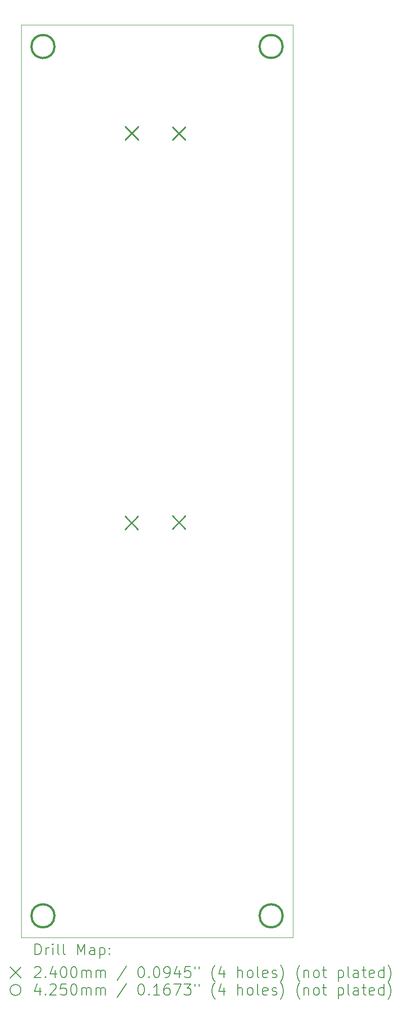
<source format=gbr>
%TF.GenerationSoftware,KiCad,Pcbnew,8.0.3*%
%TF.CreationDate,2025-04-07T19:31:19+02:00*%
%TF.ProjectId,TIDA-PowerPack,54494441-2d50-46f7-9765-725061636b2e,rev?*%
%TF.SameCoordinates,Original*%
%TF.FileFunction,Drillmap*%
%TF.FilePolarity,Positive*%
%FSLAX45Y45*%
G04 Gerber Fmt 4.5, Leading zero omitted, Abs format (unit mm)*
G04 Created by KiCad (PCBNEW 8.0.3) date 2025-04-07 19:31:19*
%MOMM*%
%LPD*%
G01*
G04 APERTURE LIST*
%ADD10C,0.100000*%
%ADD11C,0.200000*%
%ADD12C,0.240000*%
%ADD13C,0.424998*%
G04 APERTURE END LIST*
D10*
X11700000Y-3275000D02*
X16700000Y-3275000D01*
X16700000Y-20075000D01*
X11700000Y-20075000D01*
X11700000Y-3275000D01*
D11*
D12*
X13610000Y-12323000D02*
X13850000Y-12563000D01*
X13850000Y-12323000D02*
X13610000Y-12563000D01*
X13615000Y-5152000D02*
X13855000Y-5392000D01*
X13855000Y-5152000D02*
X13615000Y-5392000D01*
X14480000Y-5155000D02*
X14720000Y-5395000D01*
X14720000Y-5155000D02*
X14480000Y-5395000D01*
X14485000Y-12314000D02*
X14725000Y-12554000D01*
X14725000Y-12314000D02*
X14485000Y-12554000D01*
D13*
X12312496Y-3675254D02*
G75*
G02*
X11887498Y-3675254I-212499J0D01*
G01*
X11887498Y-3675254D02*
G75*
G02*
X12312496Y-3675254I212499J0D01*
G01*
X12312496Y-19675254D02*
G75*
G02*
X11887498Y-19675254I-212499J0D01*
G01*
X11887498Y-19675254D02*
G75*
G02*
X12312496Y-19675254I212499J0D01*
G01*
X16512496Y-3675254D02*
G75*
G02*
X16087498Y-3675254I-212499J0D01*
G01*
X16087498Y-3675254D02*
G75*
G02*
X16512496Y-3675254I212499J0D01*
G01*
X16513496Y-19675254D02*
G75*
G02*
X16088498Y-19675254I-212499J0D01*
G01*
X16088498Y-19675254D02*
G75*
G02*
X16513496Y-19675254I212499J0D01*
G01*
D11*
X11955777Y-20391484D02*
X11955777Y-20191484D01*
X11955777Y-20191484D02*
X12003396Y-20191484D01*
X12003396Y-20191484D02*
X12031967Y-20201008D01*
X12031967Y-20201008D02*
X12051015Y-20220055D01*
X12051015Y-20220055D02*
X12060539Y-20239103D01*
X12060539Y-20239103D02*
X12070062Y-20277198D01*
X12070062Y-20277198D02*
X12070062Y-20305770D01*
X12070062Y-20305770D02*
X12060539Y-20343865D01*
X12060539Y-20343865D02*
X12051015Y-20362912D01*
X12051015Y-20362912D02*
X12031967Y-20381960D01*
X12031967Y-20381960D02*
X12003396Y-20391484D01*
X12003396Y-20391484D02*
X11955777Y-20391484D01*
X12155777Y-20391484D02*
X12155777Y-20258150D01*
X12155777Y-20296246D02*
X12165301Y-20277198D01*
X12165301Y-20277198D02*
X12174824Y-20267674D01*
X12174824Y-20267674D02*
X12193872Y-20258150D01*
X12193872Y-20258150D02*
X12212920Y-20258150D01*
X12279586Y-20391484D02*
X12279586Y-20258150D01*
X12279586Y-20191484D02*
X12270062Y-20201008D01*
X12270062Y-20201008D02*
X12279586Y-20210531D01*
X12279586Y-20210531D02*
X12289110Y-20201008D01*
X12289110Y-20201008D02*
X12279586Y-20191484D01*
X12279586Y-20191484D02*
X12279586Y-20210531D01*
X12403396Y-20391484D02*
X12384348Y-20381960D01*
X12384348Y-20381960D02*
X12374824Y-20362912D01*
X12374824Y-20362912D02*
X12374824Y-20191484D01*
X12508158Y-20391484D02*
X12489110Y-20381960D01*
X12489110Y-20381960D02*
X12479586Y-20362912D01*
X12479586Y-20362912D02*
X12479586Y-20191484D01*
X12736729Y-20391484D02*
X12736729Y-20191484D01*
X12736729Y-20191484D02*
X12803396Y-20334341D01*
X12803396Y-20334341D02*
X12870062Y-20191484D01*
X12870062Y-20191484D02*
X12870062Y-20391484D01*
X13051015Y-20391484D02*
X13051015Y-20286722D01*
X13051015Y-20286722D02*
X13041491Y-20267674D01*
X13041491Y-20267674D02*
X13022443Y-20258150D01*
X13022443Y-20258150D02*
X12984348Y-20258150D01*
X12984348Y-20258150D02*
X12965301Y-20267674D01*
X13051015Y-20381960D02*
X13031967Y-20391484D01*
X13031967Y-20391484D02*
X12984348Y-20391484D01*
X12984348Y-20391484D02*
X12965301Y-20381960D01*
X12965301Y-20381960D02*
X12955777Y-20362912D01*
X12955777Y-20362912D02*
X12955777Y-20343865D01*
X12955777Y-20343865D02*
X12965301Y-20324817D01*
X12965301Y-20324817D02*
X12984348Y-20315293D01*
X12984348Y-20315293D02*
X13031967Y-20315293D01*
X13031967Y-20315293D02*
X13051015Y-20305770D01*
X13146253Y-20258150D02*
X13146253Y-20458150D01*
X13146253Y-20267674D02*
X13165301Y-20258150D01*
X13165301Y-20258150D02*
X13203396Y-20258150D01*
X13203396Y-20258150D02*
X13222443Y-20267674D01*
X13222443Y-20267674D02*
X13231967Y-20277198D01*
X13231967Y-20277198D02*
X13241491Y-20296246D01*
X13241491Y-20296246D02*
X13241491Y-20353389D01*
X13241491Y-20353389D02*
X13231967Y-20372436D01*
X13231967Y-20372436D02*
X13222443Y-20381960D01*
X13222443Y-20381960D02*
X13203396Y-20391484D01*
X13203396Y-20391484D02*
X13165301Y-20391484D01*
X13165301Y-20391484D02*
X13146253Y-20381960D01*
X13327205Y-20372436D02*
X13336729Y-20381960D01*
X13336729Y-20381960D02*
X13327205Y-20391484D01*
X13327205Y-20391484D02*
X13317682Y-20381960D01*
X13317682Y-20381960D02*
X13327205Y-20372436D01*
X13327205Y-20372436D02*
X13327205Y-20391484D01*
X13327205Y-20267674D02*
X13336729Y-20277198D01*
X13336729Y-20277198D02*
X13327205Y-20286722D01*
X13327205Y-20286722D02*
X13317682Y-20277198D01*
X13317682Y-20277198D02*
X13327205Y-20267674D01*
X13327205Y-20267674D02*
X13327205Y-20286722D01*
X11495000Y-20620000D02*
X11695000Y-20820000D01*
X11695000Y-20620000D02*
X11495000Y-20820000D01*
X11946253Y-20630531D02*
X11955777Y-20621008D01*
X11955777Y-20621008D02*
X11974824Y-20611484D01*
X11974824Y-20611484D02*
X12022443Y-20611484D01*
X12022443Y-20611484D02*
X12041491Y-20621008D01*
X12041491Y-20621008D02*
X12051015Y-20630531D01*
X12051015Y-20630531D02*
X12060539Y-20649579D01*
X12060539Y-20649579D02*
X12060539Y-20668627D01*
X12060539Y-20668627D02*
X12051015Y-20697198D01*
X12051015Y-20697198D02*
X11936729Y-20811484D01*
X11936729Y-20811484D02*
X12060539Y-20811484D01*
X12146253Y-20792436D02*
X12155777Y-20801960D01*
X12155777Y-20801960D02*
X12146253Y-20811484D01*
X12146253Y-20811484D02*
X12136729Y-20801960D01*
X12136729Y-20801960D02*
X12146253Y-20792436D01*
X12146253Y-20792436D02*
X12146253Y-20811484D01*
X12327205Y-20678150D02*
X12327205Y-20811484D01*
X12279586Y-20601960D02*
X12231967Y-20744817D01*
X12231967Y-20744817D02*
X12355777Y-20744817D01*
X12470062Y-20611484D02*
X12489110Y-20611484D01*
X12489110Y-20611484D02*
X12508158Y-20621008D01*
X12508158Y-20621008D02*
X12517682Y-20630531D01*
X12517682Y-20630531D02*
X12527205Y-20649579D01*
X12527205Y-20649579D02*
X12536729Y-20687674D01*
X12536729Y-20687674D02*
X12536729Y-20735293D01*
X12536729Y-20735293D02*
X12527205Y-20773389D01*
X12527205Y-20773389D02*
X12517682Y-20792436D01*
X12517682Y-20792436D02*
X12508158Y-20801960D01*
X12508158Y-20801960D02*
X12489110Y-20811484D01*
X12489110Y-20811484D02*
X12470062Y-20811484D01*
X12470062Y-20811484D02*
X12451015Y-20801960D01*
X12451015Y-20801960D02*
X12441491Y-20792436D01*
X12441491Y-20792436D02*
X12431967Y-20773389D01*
X12431967Y-20773389D02*
X12422443Y-20735293D01*
X12422443Y-20735293D02*
X12422443Y-20687674D01*
X12422443Y-20687674D02*
X12431967Y-20649579D01*
X12431967Y-20649579D02*
X12441491Y-20630531D01*
X12441491Y-20630531D02*
X12451015Y-20621008D01*
X12451015Y-20621008D02*
X12470062Y-20611484D01*
X12660539Y-20611484D02*
X12679586Y-20611484D01*
X12679586Y-20611484D02*
X12698634Y-20621008D01*
X12698634Y-20621008D02*
X12708158Y-20630531D01*
X12708158Y-20630531D02*
X12717682Y-20649579D01*
X12717682Y-20649579D02*
X12727205Y-20687674D01*
X12727205Y-20687674D02*
X12727205Y-20735293D01*
X12727205Y-20735293D02*
X12717682Y-20773389D01*
X12717682Y-20773389D02*
X12708158Y-20792436D01*
X12708158Y-20792436D02*
X12698634Y-20801960D01*
X12698634Y-20801960D02*
X12679586Y-20811484D01*
X12679586Y-20811484D02*
X12660539Y-20811484D01*
X12660539Y-20811484D02*
X12641491Y-20801960D01*
X12641491Y-20801960D02*
X12631967Y-20792436D01*
X12631967Y-20792436D02*
X12622443Y-20773389D01*
X12622443Y-20773389D02*
X12612920Y-20735293D01*
X12612920Y-20735293D02*
X12612920Y-20687674D01*
X12612920Y-20687674D02*
X12622443Y-20649579D01*
X12622443Y-20649579D02*
X12631967Y-20630531D01*
X12631967Y-20630531D02*
X12641491Y-20621008D01*
X12641491Y-20621008D02*
X12660539Y-20611484D01*
X12812920Y-20811484D02*
X12812920Y-20678150D01*
X12812920Y-20697198D02*
X12822443Y-20687674D01*
X12822443Y-20687674D02*
X12841491Y-20678150D01*
X12841491Y-20678150D02*
X12870063Y-20678150D01*
X12870063Y-20678150D02*
X12889110Y-20687674D01*
X12889110Y-20687674D02*
X12898634Y-20706722D01*
X12898634Y-20706722D02*
X12898634Y-20811484D01*
X12898634Y-20706722D02*
X12908158Y-20687674D01*
X12908158Y-20687674D02*
X12927205Y-20678150D01*
X12927205Y-20678150D02*
X12955777Y-20678150D01*
X12955777Y-20678150D02*
X12974824Y-20687674D01*
X12974824Y-20687674D02*
X12984348Y-20706722D01*
X12984348Y-20706722D02*
X12984348Y-20811484D01*
X13079586Y-20811484D02*
X13079586Y-20678150D01*
X13079586Y-20697198D02*
X13089110Y-20687674D01*
X13089110Y-20687674D02*
X13108158Y-20678150D01*
X13108158Y-20678150D02*
X13136729Y-20678150D01*
X13136729Y-20678150D02*
X13155777Y-20687674D01*
X13155777Y-20687674D02*
X13165301Y-20706722D01*
X13165301Y-20706722D02*
X13165301Y-20811484D01*
X13165301Y-20706722D02*
X13174824Y-20687674D01*
X13174824Y-20687674D02*
X13193872Y-20678150D01*
X13193872Y-20678150D02*
X13222443Y-20678150D01*
X13222443Y-20678150D02*
X13241491Y-20687674D01*
X13241491Y-20687674D02*
X13251015Y-20706722D01*
X13251015Y-20706722D02*
X13251015Y-20811484D01*
X13641491Y-20601960D02*
X13470063Y-20859103D01*
X13898634Y-20611484D02*
X13917682Y-20611484D01*
X13917682Y-20611484D02*
X13936729Y-20621008D01*
X13936729Y-20621008D02*
X13946253Y-20630531D01*
X13946253Y-20630531D02*
X13955777Y-20649579D01*
X13955777Y-20649579D02*
X13965301Y-20687674D01*
X13965301Y-20687674D02*
X13965301Y-20735293D01*
X13965301Y-20735293D02*
X13955777Y-20773389D01*
X13955777Y-20773389D02*
X13946253Y-20792436D01*
X13946253Y-20792436D02*
X13936729Y-20801960D01*
X13936729Y-20801960D02*
X13917682Y-20811484D01*
X13917682Y-20811484D02*
X13898634Y-20811484D01*
X13898634Y-20811484D02*
X13879586Y-20801960D01*
X13879586Y-20801960D02*
X13870063Y-20792436D01*
X13870063Y-20792436D02*
X13860539Y-20773389D01*
X13860539Y-20773389D02*
X13851015Y-20735293D01*
X13851015Y-20735293D02*
X13851015Y-20687674D01*
X13851015Y-20687674D02*
X13860539Y-20649579D01*
X13860539Y-20649579D02*
X13870063Y-20630531D01*
X13870063Y-20630531D02*
X13879586Y-20621008D01*
X13879586Y-20621008D02*
X13898634Y-20611484D01*
X14051015Y-20792436D02*
X14060539Y-20801960D01*
X14060539Y-20801960D02*
X14051015Y-20811484D01*
X14051015Y-20811484D02*
X14041491Y-20801960D01*
X14041491Y-20801960D02*
X14051015Y-20792436D01*
X14051015Y-20792436D02*
X14051015Y-20811484D01*
X14184348Y-20611484D02*
X14203396Y-20611484D01*
X14203396Y-20611484D02*
X14222444Y-20621008D01*
X14222444Y-20621008D02*
X14231967Y-20630531D01*
X14231967Y-20630531D02*
X14241491Y-20649579D01*
X14241491Y-20649579D02*
X14251015Y-20687674D01*
X14251015Y-20687674D02*
X14251015Y-20735293D01*
X14251015Y-20735293D02*
X14241491Y-20773389D01*
X14241491Y-20773389D02*
X14231967Y-20792436D01*
X14231967Y-20792436D02*
X14222444Y-20801960D01*
X14222444Y-20801960D02*
X14203396Y-20811484D01*
X14203396Y-20811484D02*
X14184348Y-20811484D01*
X14184348Y-20811484D02*
X14165301Y-20801960D01*
X14165301Y-20801960D02*
X14155777Y-20792436D01*
X14155777Y-20792436D02*
X14146253Y-20773389D01*
X14146253Y-20773389D02*
X14136729Y-20735293D01*
X14136729Y-20735293D02*
X14136729Y-20687674D01*
X14136729Y-20687674D02*
X14146253Y-20649579D01*
X14146253Y-20649579D02*
X14155777Y-20630531D01*
X14155777Y-20630531D02*
X14165301Y-20621008D01*
X14165301Y-20621008D02*
X14184348Y-20611484D01*
X14346253Y-20811484D02*
X14384348Y-20811484D01*
X14384348Y-20811484D02*
X14403396Y-20801960D01*
X14403396Y-20801960D02*
X14412920Y-20792436D01*
X14412920Y-20792436D02*
X14431967Y-20763865D01*
X14431967Y-20763865D02*
X14441491Y-20725770D01*
X14441491Y-20725770D02*
X14441491Y-20649579D01*
X14441491Y-20649579D02*
X14431967Y-20630531D01*
X14431967Y-20630531D02*
X14422444Y-20621008D01*
X14422444Y-20621008D02*
X14403396Y-20611484D01*
X14403396Y-20611484D02*
X14365301Y-20611484D01*
X14365301Y-20611484D02*
X14346253Y-20621008D01*
X14346253Y-20621008D02*
X14336729Y-20630531D01*
X14336729Y-20630531D02*
X14327206Y-20649579D01*
X14327206Y-20649579D02*
X14327206Y-20697198D01*
X14327206Y-20697198D02*
X14336729Y-20716246D01*
X14336729Y-20716246D02*
X14346253Y-20725770D01*
X14346253Y-20725770D02*
X14365301Y-20735293D01*
X14365301Y-20735293D02*
X14403396Y-20735293D01*
X14403396Y-20735293D02*
X14422444Y-20725770D01*
X14422444Y-20725770D02*
X14431967Y-20716246D01*
X14431967Y-20716246D02*
X14441491Y-20697198D01*
X14612920Y-20678150D02*
X14612920Y-20811484D01*
X14565301Y-20601960D02*
X14517682Y-20744817D01*
X14517682Y-20744817D02*
X14641491Y-20744817D01*
X14812920Y-20611484D02*
X14717682Y-20611484D01*
X14717682Y-20611484D02*
X14708158Y-20706722D01*
X14708158Y-20706722D02*
X14717682Y-20697198D01*
X14717682Y-20697198D02*
X14736729Y-20687674D01*
X14736729Y-20687674D02*
X14784348Y-20687674D01*
X14784348Y-20687674D02*
X14803396Y-20697198D01*
X14803396Y-20697198D02*
X14812920Y-20706722D01*
X14812920Y-20706722D02*
X14822444Y-20725770D01*
X14822444Y-20725770D02*
X14822444Y-20773389D01*
X14822444Y-20773389D02*
X14812920Y-20792436D01*
X14812920Y-20792436D02*
X14803396Y-20801960D01*
X14803396Y-20801960D02*
X14784348Y-20811484D01*
X14784348Y-20811484D02*
X14736729Y-20811484D01*
X14736729Y-20811484D02*
X14717682Y-20801960D01*
X14717682Y-20801960D02*
X14708158Y-20792436D01*
X14898634Y-20611484D02*
X14898634Y-20649579D01*
X14974825Y-20611484D02*
X14974825Y-20649579D01*
X15270063Y-20887674D02*
X15260539Y-20878150D01*
X15260539Y-20878150D02*
X15241491Y-20849579D01*
X15241491Y-20849579D02*
X15231968Y-20830531D01*
X15231968Y-20830531D02*
X15222444Y-20801960D01*
X15222444Y-20801960D02*
X15212920Y-20754341D01*
X15212920Y-20754341D02*
X15212920Y-20716246D01*
X15212920Y-20716246D02*
X15222444Y-20668627D01*
X15222444Y-20668627D02*
X15231968Y-20640055D01*
X15231968Y-20640055D02*
X15241491Y-20621008D01*
X15241491Y-20621008D02*
X15260539Y-20592436D01*
X15260539Y-20592436D02*
X15270063Y-20582912D01*
X15431968Y-20678150D02*
X15431968Y-20811484D01*
X15384348Y-20601960D02*
X15336729Y-20744817D01*
X15336729Y-20744817D02*
X15460539Y-20744817D01*
X15689110Y-20811484D02*
X15689110Y-20611484D01*
X15774825Y-20811484D02*
X15774825Y-20706722D01*
X15774825Y-20706722D02*
X15765301Y-20687674D01*
X15765301Y-20687674D02*
X15746253Y-20678150D01*
X15746253Y-20678150D02*
X15717682Y-20678150D01*
X15717682Y-20678150D02*
X15698634Y-20687674D01*
X15698634Y-20687674D02*
X15689110Y-20697198D01*
X15898634Y-20811484D02*
X15879587Y-20801960D01*
X15879587Y-20801960D02*
X15870063Y-20792436D01*
X15870063Y-20792436D02*
X15860539Y-20773389D01*
X15860539Y-20773389D02*
X15860539Y-20716246D01*
X15860539Y-20716246D02*
X15870063Y-20697198D01*
X15870063Y-20697198D02*
X15879587Y-20687674D01*
X15879587Y-20687674D02*
X15898634Y-20678150D01*
X15898634Y-20678150D02*
X15927206Y-20678150D01*
X15927206Y-20678150D02*
X15946253Y-20687674D01*
X15946253Y-20687674D02*
X15955777Y-20697198D01*
X15955777Y-20697198D02*
X15965301Y-20716246D01*
X15965301Y-20716246D02*
X15965301Y-20773389D01*
X15965301Y-20773389D02*
X15955777Y-20792436D01*
X15955777Y-20792436D02*
X15946253Y-20801960D01*
X15946253Y-20801960D02*
X15927206Y-20811484D01*
X15927206Y-20811484D02*
X15898634Y-20811484D01*
X16079587Y-20811484D02*
X16060539Y-20801960D01*
X16060539Y-20801960D02*
X16051015Y-20782912D01*
X16051015Y-20782912D02*
X16051015Y-20611484D01*
X16231968Y-20801960D02*
X16212920Y-20811484D01*
X16212920Y-20811484D02*
X16174825Y-20811484D01*
X16174825Y-20811484D02*
X16155777Y-20801960D01*
X16155777Y-20801960D02*
X16146253Y-20782912D01*
X16146253Y-20782912D02*
X16146253Y-20706722D01*
X16146253Y-20706722D02*
X16155777Y-20687674D01*
X16155777Y-20687674D02*
X16174825Y-20678150D01*
X16174825Y-20678150D02*
X16212920Y-20678150D01*
X16212920Y-20678150D02*
X16231968Y-20687674D01*
X16231968Y-20687674D02*
X16241491Y-20706722D01*
X16241491Y-20706722D02*
X16241491Y-20725770D01*
X16241491Y-20725770D02*
X16146253Y-20744817D01*
X16317682Y-20801960D02*
X16336730Y-20811484D01*
X16336730Y-20811484D02*
X16374825Y-20811484D01*
X16374825Y-20811484D02*
X16393872Y-20801960D01*
X16393872Y-20801960D02*
X16403396Y-20782912D01*
X16403396Y-20782912D02*
X16403396Y-20773389D01*
X16403396Y-20773389D02*
X16393872Y-20754341D01*
X16393872Y-20754341D02*
X16374825Y-20744817D01*
X16374825Y-20744817D02*
X16346253Y-20744817D01*
X16346253Y-20744817D02*
X16327206Y-20735293D01*
X16327206Y-20735293D02*
X16317682Y-20716246D01*
X16317682Y-20716246D02*
X16317682Y-20706722D01*
X16317682Y-20706722D02*
X16327206Y-20687674D01*
X16327206Y-20687674D02*
X16346253Y-20678150D01*
X16346253Y-20678150D02*
X16374825Y-20678150D01*
X16374825Y-20678150D02*
X16393872Y-20687674D01*
X16470063Y-20887674D02*
X16479587Y-20878150D01*
X16479587Y-20878150D02*
X16498634Y-20849579D01*
X16498634Y-20849579D02*
X16508158Y-20830531D01*
X16508158Y-20830531D02*
X16517682Y-20801960D01*
X16517682Y-20801960D02*
X16527206Y-20754341D01*
X16527206Y-20754341D02*
X16527206Y-20716246D01*
X16527206Y-20716246D02*
X16517682Y-20668627D01*
X16517682Y-20668627D02*
X16508158Y-20640055D01*
X16508158Y-20640055D02*
X16498634Y-20621008D01*
X16498634Y-20621008D02*
X16479587Y-20592436D01*
X16479587Y-20592436D02*
X16470063Y-20582912D01*
X16831968Y-20887674D02*
X16822444Y-20878150D01*
X16822444Y-20878150D02*
X16803396Y-20849579D01*
X16803396Y-20849579D02*
X16793873Y-20830531D01*
X16793873Y-20830531D02*
X16784349Y-20801960D01*
X16784349Y-20801960D02*
X16774825Y-20754341D01*
X16774825Y-20754341D02*
X16774825Y-20716246D01*
X16774825Y-20716246D02*
X16784349Y-20668627D01*
X16784349Y-20668627D02*
X16793873Y-20640055D01*
X16793873Y-20640055D02*
X16803396Y-20621008D01*
X16803396Y-20621008D02*
X16822444Y-20592436D01*
X16822444Y-20592436D02*
X16831968Y-20582912D01*
X16908158Y-20678150D02*
X16908158Y-20811484D01*
X16908158Y-20697198D02*
X16917682Y-20687674D01*
X16917682Y-20687674D02*
X16936730Y-20678150D01*
X16936730Y-20678150D02*
X16965301Y-20678150D01*
X16965301Y-20678150D02*
X16984349Y-20687674D01*
X16984349Y-20687674D02*
X16993873Y-20706722D01*
X16993873Y-20706722D02*
X16993873Y-20811484D01*
X17117682Y-20811484D02*
X17098634Y-20801960D01*
X17098634Y-20801960D02*
X17089111Y-20792436D01*
X17089111Y-20792436D02*
X17079587Y-20773389D01*
X17079587Y-20773389D02*
X17079587Y-20716246D01*
X17079587Y-20716246D02*
X17089111Y-20697198D01*
X17089111Y-20697198D02*
X17098634Y-20687674D01*
X17098634Y-20687674D02*
X17117682Y-20678150D01*
X17117682Y-20678150D02*
X17146254Y-20678150D01*
X17146254Y-20678150D02*
X17165301Y-20687674D01*
X17165301Y-20687674D02*
X17174825Y-20697198D01*
X17174825Y-20697198D02*
X17184349Y-20716246D01*
X17184349Y-20716246D02*
X17184349Y-20773389D01*
X17184349Y-20773389D02*
X17174825Y-20792436D01*
X17174825Y-20792436D02*
X17165301Y-20801960D01*
X17165301Y-20801960D02*
X17146254Y-20811484D01*
X17146254Y-20811484D02*
X17117682Y-20811484D01*
X17241492Y-20678150D02*
X17317682Y-20678150D01*
X17270063Y-20611484D02*
X17270063Y-20782912D01*
X17270063Y-20782912D02*
X17279587Y-20801960D01*
X17279587Y-20801960D02*
X17298634Y-20811484D01*
X17298634Y-20811484D02*
X17317682Y-20811484D01*
X17536730Y-20678150D02*
X17536730Y-20878150D01*
X17536730Y-20687674D02*
X17555777Y-20678150D01*
X17555777Y-20678150D02*
X17593873Y-20678150D01*
X17593873Y-20678150D02*
X17612920Y-20687674D01*
X17612920Y-20687674D02*
X17622444Y-20697198D01*
X17622444Y-20697198D02*
X17631968Y-20716246D01*
X17631968Y-20716246D02*
X17631968Y-20773389D01*
X17631968Y-20773389D02*
X17622444Y-20792436D01*
X17622444Y-20792436D02*
X17612920Y-20801960D01*
X17612920Y-20801960D02*
X17593873Y-20811484D01*
X17593873Y-20811484D02*
X17555777Y-20811484D01*
X17555777Y-20811484D02*
X17536730Y-20801960D01*
X17746254Y-20811484D02*
X17727206Y-20801960D01*
X17727206Y-20801960D02*
X17717682Y-20782912D01*
X17717682Y-20782912D02*
X17717682Y-20611484D01*
X17908158Y-20811484D02*
X17908158Y-20706722D01*
X17908158Y-20706722D02*
X17898635Y-20687674D01*
X17898635Y-20687674D02*
X17879587Y-20678150D01*
X17879587Y-20678150D02*
X17841492Y-20678150D01*
X17841492Y-20678150D02*
X17822444Y-20687674D01*
X17908158Y-20801960D02*
X17889111Y-20811484D01*
X17889111Y-20811484D02*
X17841492Y-20811484D01*
X17841492Y-20811484D02*
X17822444Y-20801960D01*
X17822444Y-20801960D02*
X17812920Y-20782912D01*
X17812920Y-20782912D02*
X17812920Y-20763865D01*
X17812920Y-20763865D02*
X17822444Y-20744817D01*
X17822444Y-20744817D02*
X17841492Y-20735293D01*
X17841492Y-20735293D02*
X17889111Y-20735293D01*
X17889111Y-20735293D02*
X17908158Y-20725770D01*
X17974825Y-20678150D02*
X18051015Y-20678150D01*
X18003396Y-20611484D02*
X18003396Y-20782912D01*
X18003396Y-20782912D02*
X18012920Y-20801960D01*
X18012920Y-20801960D02*
X18031968Y-20811484D01*
X18031968Y-20811484D02*
X18051015Y-20811484D01*
X18193873Y-20801960D02*
X18174825Y-20811484D01*
X18174825Y-20811484D02*
X18136730Y-20811484D01*
X18136730Y-20811484D02*
X18117682Y-20801960D01*
X18117682Y-20801960D02*
X18108158Y-20782912D01*
X18108158Y-20782912D02*
X18108158Y-20706722D01*
X18108158Y-20706722D02*
X18117682Y-20687674D01*
X18117682Y-20687674D02*
X18136730Y-20678150D01*
X18136730Y-20678150D02*
X18174825Y-20678150D01*
X18174825Y-20678150D02*
X18193873Y-20687674D01*
X18193873Y-20687674D02*
X18203396Y-20706722D01*
X18203396Y-20706722D02*
X18203396Y-20725770D01*
X18203396Y-20725770D02*
X18108158Y-20744817D01*
X18374825Y-20811484D02*
X18374825Y-20611484D01*
X18374825Y-20801960D02*
X18355777Y-20811484D01*
X18355777Y-20811484D02*
X18317682Y-20811484D01*
X18317682Y-20811484D02*
X18298635Y-20801960D01*
X18298635Y-20801960D02*
X18289111Y-20792436D01*
X18289111Y-20792436D02*
X18279587Y-20773389D01*
X18279587Y-20773389D02*
X18279587Y-20716246D01*
X18279587Y-20716246D02*
X18289111Y-20697198D01*
X18289111Y-20697198D02*
X18298635Y-20687674D01*
X18298635Y-20687674D02*
X18317682Y-20678150D01*
X18317682Y-20678150D02*
X18355777Y-20678150D01*
X18355777Y-20678150D02*
X18374825Y-20687674D01*
X18451016Y-20887674D02*
X18460539Y-20878150D01*
X18460539Y-20878150D02*
X18479587Y-20849579D01*
X18479587Y-20849579D02*
X18489111Y-20830531D01*
X18489111Y-20830531D02*
X18498635Y-20801960D01*
X18498635Y-20801960D02*
X18508158Y-20754341D01*
X18508158Y-20754341D02*
X18508158Y-20716246D01*
X18508158Y-20716246D02*
X18498635Y-20668627D01*
X18498635Y-20668627D02*
X18489111Y-20640055D01*
X18489111Y-20640055D02*
X18479587Y-20621008D01*
X18479587Y-20621008D02*
X18460539Y-20592436D01*
X18460539Y-20592436D02*
X18451016Y-20582912D01*
X11695000Y-21040000D02*
G75*
G02*
X11495000Y-21040000I-100000J0D01*
G01*
X11495000Y-21040000D02*
G75*
G02*
X11695000Y-21040000I100000J0D01*
G01*
X12041491Y-20998150D02*
X12041491Y-21131484D01*
X11993872Y-20921960D02*
X11946253Y-21064817D01*
X11946253Y-21064817D02*
X12070062Y-21064817D01*
X12146253Y-21112436D02*
X12155777Y-21121960D01*
X12155777Y-21121960D02*
X12146253Y-21131484D01*
X12146253Y-21131484D02*
X12136729Y-21121960D01*
X12136729Y-21121960D02*
X12146253Y-21112436D01*
X12146253Y-21112436D02*
X12146253Y-21131484D01*
X12231967Y-20950531D02*
X12241491Y-20941008D01*
X12241491Y-20941008D02*
X12260539Y-20931484D01*
X12260539Y-20931484D02*
X12308158Y-20931484D01*
X12308158Y-20931484D02*
X12327205Y-20941008D01*
X12327205Y-20941008D02*
X12336729Y-20950531D01*
X12336729Y-20950531D02*
X12346253Y-20969579D01*
X12346253Y-20969579D02*
X12346253Y-20988627D01*
X12346253Y-20988627D02*
X12336729Y-21017198D01*
X12336729Y-21017198D02*
X12222443Y-21131484D01*
X12222443Y-21131484D02*
X12346253Y-21131484D01*
X12527205Y-20931484D02*
X12431967Y-20931484D01*
X12431967Y-20931484D02*
X12422443Y-21026722D01*
X12422443Y-21026722D02*
X12431967Y-21017198D01*
X12431967Y-21017198D02*
X12451015Y-21007674D01*
X12451015Y-21007674D02*
X12498634Y-21007674D01*
X12498634Y-21007674D02*
X12517682Y-21017198D01*
X12517682Y-21017198D02*
X12527205Y-21026722D01*
X12527205Y-21026722D02*
X12536729Y-21045770D01*
X12536729Y-21045770D02*
X12536729Y-21093389D01*
X12536729Y-21093389D02*
X12527205Y-21112436D01*
X12527205Y-21112436D02*
X12517682Y-21121960D01*
X12517682Y-21121960D02*
X12498634Y-21131484D01*
X12498634Y-21131484D02*
X12451015Y-21131484D01*
X12451015Y-21131484D02*
X12431967Y-21121960D01*
X12431967Y-21121960D02*
X12422443Y-21112436D01*
X12660539Y-20931484D02*
X12679586Y-20931484D01*
X12679586Y-20931484D02*
X12698634Y-20941008D01*
X12698634Y-20941008D02*
X12708158Y-20950531D01*
X12708158Y-20950531D02*
X12717682Y-20969579D01*
X12717682Y-20969579D02*
X12727205Y-21007674D01*
X12727205Y-21007674D02*
X12727205Y-21055293D01*
X12727205Y-21055293D02*
X12717682Y-21093389D01*
X12717682Y-21093389D02*
X12708158Y-21112436D01*
X12708158Y-21112436D02*
X12698634Y-21121960D01*
X12698634Y-21121960D02*
X12679586Y-21131484D01*
X12679586Y-21131484D02*
X12660539Y-21131484D01*
X12660539Y-21131484D02*
X12641491Y-21121960D01*
X12641491Y-21121960D02*
X12631967Y-21112436D01*
X12631967Y-21112436D02*
X12622443Y-21093389D01*
X12622443Y-21093389D02*
X12612920Y-21055293D01*
X12612920Y-21055293D02*
X12612920Y-21007674D01*
X12612920Y-21007674D02*
X12622443Y-20969579D01*
X12622443Y-20969579D02*
X12631967Y-20950531D01*
X12631967Y-20950531D02*
X12641491Y-20941008D01*
X12641491Y-20941008D02*
X12660539Y-20931484D01*
X12812920Y-21131484D02*
X12812920Y-20998150D01*
X12812920Y-21017198D02*
X12822443Y-21007674D01*
X12822443Y-21007674D02*
X12841491Y-20998150D01*
X12841491Y-20998150D02*
X12870063Y-20998150D01*
X12870063Y-20998150D02*
X12889110Y-21007674D01*
X12889110Y-21007674D02*
X12898634Y-21026722D01*
X12898634Y-21026722D02*
X12898634Y-21131484D01*
X12898634Y-21026722D02*
X12908158Y-21007674D01*
X12908158Y-21007674D02*
X12927205Y-20998150D01*
X12927205Y-20998150D02*
X12955777Y-20998150D01*
X12955777Y-20998150D02*
X12974824Y-21007674D01*
X12974824Y-21007674D02*
X12984348Y-21026722D01*
X12984348Y-21026722D02*
X12984348Y-21131484D01*
X13079586Y-21131484D02*
X13079586Y-20998150D01*
X13079586Y-21017198D02*
X13089110Y-21007674D01*
X13089110Y-21007674D02*
X13108158Y-20998150D01*
X13108158Y-20998150D02*
X13136729Y-20998150D01*
X13136729Y-20998150D02*
X13155777Y-21007674D01*
X13155777Y-21007674D02*
X13165301Y-21026722D01*
X13165301Y-21026722D02*
X13165301Y-21131484D01*
X13165301Y-21026722D02*
X13174824Y-21007674D01*
X13174824Y-21007674D02*
X13193872Y-20998150D01*
X13193872Y-20998150D02*
X13222443Y-20998150D01*
X13222443Y-20998150D02*
X13241491Y-21007674D01*
X13241491Y-21007674D02*
X13251015Y-21026722D01*
X13251015Y-21026722D02*
X13251015Y-21131484D01*
X13641491Y-20921960D02*
X13470063Y-21179103D01*
X13898634Y-20931484D02*
X13917682Y-20931484D01*
X13917682Y-20931484D02*
X13936729Y-20941008D01*
X13936729Y-20941008D02*
X13946253Y-20950531D01*
X13946253Y-20950531D02*
X13955777Y-20969579D01*
X13955777Y-20969579D02*
X13965301Y-21007674D01*
X13965301Y-21007674D02*
X13965301Y-21055293D01*
X13965301Y-21055293D02*
X13955777Y-21093389D01*
X13955777Y-21093389D02*
X13946253Y-21112436D01*
X13946253Y-21112436D02*
X13936729Y-21121960D01*
X13936729Y-21121960D02*
X13917682Y-21131484D01*
X13917682Y-21131484D02*
X13898634Y-21131484D01*
X13898634Y-21131484D02*
X13879586Y-21121960D01*
X13879586Y-21121960D02*
X13870063Y-21112436D01*
X13870063Y-21112436D02*
X13860539Y-21093389D01*
X13860539Y-21093389D02*
X13851015Y-21055293D01*
X13851015Y-21055293D02*
X13851015Y-21007674D01*
X13851015Y-21007674D02*
X13860539Y-20969579D01*
X13860539Y-20969579D02*
X13870063Y-20950531D01*
X13870063Y-20950531D02*
X13879586Y-20941008D01*
X13879586Y-20941008D02*
X13898634Y-20931484D01*
X14051015Y-21112436D02*
X14060539Y-21121960D01*
X14060539Y-21121960D02*
X14051015Y-21131484D01*
X14051015Y-21131484D02*
X14041491Y-21121960D01*
X14041491Y-21121960D02*
X14051015Y-21112436D01*
X14051015Y-21112436D02*
X14051015Y-21131484D01*
X14251015Y-21131484D02*
X14136729Y-21131484D01*
X14193872Y-21131484D02*
X14193872Y-20931484D01*
X14193872Y-20931484D02*
X14174825Y-20960055D01*
X14174825Y-20960055D02*
X14155777Y-20979103D01*
X14155777Y-20979103D02*
X14136729Y-20988627D01*
X14422444Y-20931484D02*
X14384348Y-20931484D01*
X14384348Y-20931484D02*
X14365301Y-20941008D01*
X14365301Y-20941008D02*
X14355777Y-20950531D01*
X14355777Y-20950531D02*
X14336729Y-20979103D01*
X14336729Y-20979103D02*
X14327206Y-21017198D01*
X14327206Y-21017198D02*
X14327206Y-21093389D01*
X14327206Y-21093389D02*
X14336729Y-21112436D01*
X14336729Y-21112436D02*
X14346253Y-21121960D01*
X14346253Y-21121960D02*
X14365301Y-21131484D01*
X14365301Y-21131484D02*
X14403396Y-21131484D01*
X14403396Y-21131484D02*
X14422444Y-21121960D01*
X14422444Y-21121960D02*
X14431967Y-21112436D01*
X14431967Y-21112436D02*
X14441491Y-21093389D01*
X14441491Y-21093389D02*
X14441491Y-21045770D01*
X14441491Y-21045770D02*
X14431967Y-21026722D01*
X14431967Y-21026722D02*
X14422444Y-21017198D01*
X14422444Y-21017198D02*
X14403396Y-21007674D01*
X14403396Y-21007674D02*
X14365301Y-21007674D01*
X14365301Y-21007674D02*
X14346253Y-21017198D01*
X14346253Y-21017198D02*
X14336729Y-21026722D01*
X14336729Y-21026722D02*
X14327206Y-21045770D01*
X14508158Y-20931484D02*
X14641491Y-20931484D01*
X14641491Y-20931484D02*
X14555777Y-21131484D01*
X14698634Y-20931484D02*
X14822444Y-20931484D01*
X14822444Y-20931484D02*
X14755777Y-21007674D01*
X14755777Y-21007674D02*
X14784348Y-21007674D01*
X14784348Y-21007674D02*
X14803396Y-21017198D01*
X14803396Y-21017198D02*
X14812920Y-21026722D01*
X14812920Y-21026722D02*
X14822444Y-21045770D01*
X14822444Y-21045770D02*
X14822444Y-21093389D01*
X14822444Y-21093389D02*
X14812920Y-21112436D01*
X14812920Y-21112436D02*
X14803396Y-21121960D01*
X14803396Y-21121960D02*
X14784348Y-21131484D01*
X14784348Y-21131484D02*
X14727206Y-21131484D01*
X14727206Y-21131484D02*
X14708158Y-21121960D01*
X14708158Y-21121960D02*
X14698634Y-21112436D01*
X14898634Y-20931484D02*
X14898634Y-20969579D01*
X14974825Y-20931484D02*
X14974825Y-20969579D01*
X15270063Y-21207674D02*
X15260539Y-21198150D01*
X15260539Y-21198150D02*
X15241491Y-21169579D01*
X15241491Y-21169579D02*
X15231968Y-21150531D01*
X15231968Y-21150531D02*
X15222444Y-21121960D01*
X15222444Y-21121960D02*
X15212920Y-21074341D01*
X15212920Y-21074341D02*
X15212920Y-21036246D01*
X15212920Y-21036246D02*
X15222444Y-20988627D01*
X15222444Y-20988627D02*
X15231968Y-20960055D01*
X15231968Y-20960055D02*
X15241491Y-20941008D01*
X15241491Y-20941008D02*
X15260539Y-20912436D01*
X15260539Y-20912436D02*
X15270063Y-20902912D01*
X15431968Y-20998150D02*
X15431968Y-21131484D01*
X15384348Y-20921960D02*
X15336729Y-21064817D01*
X15336729Y-21064817D02*
X15460539Y-21064817D01*
X15689110Y-21131484D02*
X15689110Y-20931484D01*
X15774825Y-21131484D02*
X15774825Y-21026722D01*
X15774825Y-21026722D02*
X15765301Y-21007674D01*
X15765301Y-21007674D02*
X15746253Y-20998150D01*
X15746253Y-20998150D02*
X15717682Y-20998150D01*
X15717682Y-20998150D02*
X15698634Y-21007674D01*
X15698634Y-21007674D02*
X15689110Y-21017198D01*
X15898634Y-21131484D02*
X15879587Y-21121960D01*
X15879587Y-21121960D02*
X15870063Y-21112436D01*
X15870063Y-21112436D02*
X15860539Y-21093389D01*
X15860539Y-21093389D02*
X15860539Y-21036246D01*
X15860539Y-21036246D02*
X15870063Y-21017198D01*
X15870063Y-21017198D02*
X15879587Y-21007674D01*
X15879587Y-21007674D02*
X15898634Y-20998150D01*
X15898634Y-20998150D02*
X15927206Y-20998150D01*
X15927206Y-20998150D02*
X15946253Y-21007674D01*
X15946253Y-21007674D02*
X15955777Y-21017198D01*
X15955777Y-21017198D02*
X15965301Y-21036246D01*
X15965301Y-21036246D02*
X15965301Y-21093389D01*
X15965301Y-21093389D02*
X15955777Y-21112436D01*
X15955777Y-21112436D02*
X15946253Y-21121960D01*
X15946253Y-21121960D02*
X15927206Y-21131484D01*
X15927206Y-21131484D02*
X15898634Y-21131484D01*
X16079587Y-21131484D02*
X16060539Y-21121960D01*
X16060539Y-21121960D02*
X16051015Y-21102912D01*
X16051015Y-21102912D02*
X16051015Y-20931484D01*
X16231968Y-21121960D02*
X16212920Y-21131484D01*
X16212920Y-21131484D02*
X16174825Y-21131484D01*
X16174825Y-21131484D02*
X16155777Y-21121960D01*
X16155777Y-21121960D02*
X16146253Y-21102912D01*
X16146253Y-21102912D02*
X16146253Y-21026722D01*
X16146253Y-21026722D02*
X16155777Y-21007674D01*
X16155777Y-21007674D02*
X16174825Y-20998150D01*
X16174825Y-20998150D02*
X16212920Y-20998150D01*
X16212920Y-20998150D02*
X16231968Y-21007674D01*
X16231968Y-21007674D02*
X16241491Y-21026722D01*
X16241491Y-21026722D02*
X16241491Y-21045770D01*
X16241491Y-21045770D02*
X16146253Y-21064817D01*
X16317682Y-21121960D02*
X16336730Y-21131484D01*
X16336730Y-21131484D02*
X16374825Y-21131484D01*
X16374825Y-21131484D02*
X16393872Y-21121960D01*
X16393872Y-21121960D02*
X16403396Y-21102912D01*
X16403396Y-21102912D02*
X16403396Y-21093389D01*
X16403396Y-21093389D02*
X16393872Y-21074341D01*
X16393872Y-21074341D02*
X16374825Y-21064817D01*
X16374825Y-21064817D02*
X16346253Y-21064817D01*
X16346253Y-21064817D02*
X16327206Y-21055293D01*
X16327206Y-21055293D02*
X16317682Y-21036246D01*
X16317682Y-21036246D02*
X16317682Y-21026722D01*
X16317682Y-21026722D02*
X16327206Y-21007674D01*
X16327206Y-21007674D02*
X16346253Y-20998150D01*
X16346253Y-20998150D02*
X16374825Y-20998150D01*
X16374825Y-20998150D02*
X16393872Y-21007674D01*
X16470063Y-21207674D02*
X16479587Y-21198150D01*
X16479587Y-21198150D02*
X16498634Y-21169579D01*
X16498634Y-21169579D02*
X16508158Y-21150531D01*
X16508158Y-21150531D02*
X16517682Y-21121960D01*
X16517682Y-21121960D02*
X16527206Y-21074341D01*
X16527206Y-21074341D02*
X16527206Y-21036246D01*
X16527206Y-21036246D02*
X16517682Y-20988627D01*
X16517682Y-20988627D02*
X16508158Y-20960055D01*
X16508158Y-20960055D02*
X16498634Y-20941008D01*
X16498634Y-20941008D02*
X16479587Y-20912436D01*
X16479587Y-20912436D02*
X16470063Y-20902912D01*
X16831968Y-21207674D02*
X16822444Y-21198150D01*
X16822444Y-21198150D02*
X16803396Y-21169579D01*
X16803396Y-21169579D02*
X16793873Y-21150531D01*
X16793873Y-21150531D02*
X16784349Y-21121960D01*
X16784349Y-21121960D02*
X16774825Y-21074341D01*
X16774825Y-21074341D02*
X16774825Y-21036246D01*
X16774825Y-21036246D02*
X16784349Y-20988627D01*
X16784349Y-20988627D02*
X16793873Y-20960055D01*
X16793873Y-20960055D02*
X16803396Y-20941008D01*
X16803396Y-20941008D02*
X16822444Y-20912436D01*
X16822444Y-20912436D02*
X16831968Y-20902912D01*
X16908158Y-20998150D02*
X16908158Y-21131484D01*
X16908158Y-21017198D02*
X16917682Y-21007674D01*
X16917682Y-21007674D02*
X16936730Y-20998150D01*
X16936730Y-20998150D02*
X16965301Y-20998150D01*
X16965301Y-20998150D02*
X16984349Y-21007674D01*
X16984349Y-21007674D02*
X16993873Y-21026722D01*
X16993873Y-21026722D02*
X16993873Y-21131484D01*
X17117682Y-21131484D02*
X17098634Y-21121960D01*
X17098634Y-21121960D02*
X17089111Y-21112436D01*
X17089111Y-21112436D02*
X17079587Y-21093389D01*
X17079587Y-21093389D02*
X17079587Y-21036246D01*
X17079587Y-21036246D02*
X17089111Y-21017198D01*
X17089111Y-21017198D02*
X17098634Y-21007674D01*
X17098634Y-21007674D02*
X17117682Y-20998150D01*
X17117682Y-20998150D02*
X17146254Y-20998150D01*
X17146254Y-20998150D02*
X17165301Y-21007674D01*
X17165301Y-21007674D02*
X17174825Y-21017198D01*
X17174825Y-21017198D02*
X17184349Y-21036246D01*
X17184349Y-21036246D02*
X17184349Y-21093389D01*
X17184349Y-21093389D02*
X17174825Y-21112436D01*
X17174825Y-21112436D02*
X17165301Y-21121960D01*
X17165301Y-21121960D02*
X17146254Y-21131484D01*
X17146254Y-21131484D02*
X17117682Y-21131484D01*
X17241492Y-20998150D02*
X17317682Y-20998150D01*
X17270063Y-20931484D02*
X17270063Y-21102912D01*
X17270063Y-21102912D02*
X17279587Y-21121960D01*
X17279587Y-21121960D02*
X17298634Y-21131484D01*
X17298634Y-21131484D02*
X17317682Y-21131484D01*
X17536730Y-20998150D02*
X17536730Y-21198150D01*
X17536730Y-21007674D02*
X17555777Y-20998150D01*
X17555777Y-20998150D02*
X17593873Y-20998150D01*
X17593873Y-20998150D02*
X17612920Y-21007674D01*
X17612920Y-21007674D02*
X17622444Y-21017198D01*
X17622444Y-21017198D02*
X17631968Y-21036246D01*
X17631968Y-21036246D02*
X17631968Y-21093389D01*
X17631968Y-21093389D02*
X17622444Y-21112436D01*
X17622444Y-21112436D02*
X17612920Y-21121960D01*
X17612920Y-21121960D02*
X17593873Y-21131484D01*
X17593873Y-21131484D02*
X17555777Y-21131484D01*
X17555777Y-21131484D02*
X17536730Y-21121960D01*
X17746254Y-21131484D02*
X17727206Y-21121960D01*
X17727206Y-21121960D02*
X17717682Y-21102912D01*
X17717682Y-21102912D02*
X17717682Y-20931484D01*
X17908158Y-21131484D02*
X17908158Y-21026722D01*
X17908158Y-21026722D02*
X17898635Y-21007674D01*
X17898635Y-21007674D02*
X17879587Y-20998150D01*
X17879587Y-20998150D02*
X17841492Y-20998150D01*
X17841492Y-20998150D02*
X17822444Y-21007674D01*
X17908158Y-21121960D02*
X17889111Y-21131484D01*
X17889111Y-21131484D02*
X17841492Y-21131484D01*
X17841492Y-21131484D02*
X17822444Y-21121960D01*
X17822444Y-21121960D02*
X17812920Y-21102912D01*
X17812920Y-21102912D02*
X17812920Y-21083865D01*
X17812920Y-21083865D02*
X17822444Y-21064817D01*
X17822444Y-21064817D02*
X17841492Y-21055293D01*
X17841492Y-21055293D02*
X17889111Y-21055293D01*
X17889111Y-21055293D02*
X17908158Y-21045770D01*
X17974825Y-20998150D02*
X18051015Y-20998150D01*
X18003396Y-20931484D02*
X18003396Y-21102912D01*
X18003396Y-21102912D02*
X18012920Y-21121960D01*
X18012920Y-21121960D02*
X18031968Y-21131484D01*
X18031968Y-21131484D02*
X18051015Y-21131484D01*
X18193873Y-21121960D02*
X18174825Y-21131484D01*
X18174825Y-21131484D02*
X18136730Y-21131484D01*
X18136730Y-21131484D02*
X18117682Y-21121960D01*
X18117682Y-21121960D02*
X18108158Y-21102912D01*
X18108158Y-21102912D02*
X18108158Y-21026722D01*
X18108158Y-21026722D02*
X18117682Y-21007674D01*
X18117682Y-21007674D02*
X18136730Y-20998150D01*
X18136730Y-20998150D02*
X18174825Y-20998150D01*
X18174825Y-20998150D02*
X18193873Y-21007674D01*
X18193873Y-21007674D02*
X18203396Y-21026722D01*
X18203396Y-21026722D02*
X18203396Y-21045770D01*
X18203396Y-21045770D02*
X18108158Y-21064817D01*
X18374825Y-21131484D02*
X18374825Y-20931484D01*
X18374825Y-21121960D02*
X18355777Y-21131484D01*
X18355777Y-21131484D02*
X18317682Y-21131484D01*
X18317682Y-21131484D02*
X18298635Y-21121960D01*
X18298635Y-21121960D02*
X18289111Y-21112436D01*
X18289111Y-21112436D02*
X18279587Y-21093389D01*
X18279587Y-21093389D02*
X18279587Y-21036246D01*
X18279587Y-21036246D02*
X18289111Y-21017198D01*
X18289111Y-21017198D02*
X18298635Y-21007674D01*
X18298635Y-21007674D02*
X18317682Y-20998150D01*
X18317682Y-20998150D02*
X18355777Y-20998150D01*
X18355777Y-20998150D02*
X18374825Y-21007674D01*
X18451016Y-21207674D02*
X18460539Y-21198150D01*
X18460539Y-21198150D02*
X18479587Y-21169579D01*
X18479587Y-21169579D02*
X18489111Y-21150531D01*
X18489111Y-21150531D02*
X18498635Y-21121960D01*
X18498635Y-21121960D02*
X18508158Y-21074341D01*
X18508158Y-21074341D02*
X18508158Y-21036246D01*
X18508158Y-21036246D02*
X18498635Y-20988627D01*
X18498635Y-20988627D02*
X18489111Y-20960055D01*
X18489111Y-20960055D02*
X18479587Y-20941008D01*
X18479587Y-20941008D02*
X18460539Y-20912436D01*
X18460539Y-20912436D02*
X18451016Y-20902912D01*
M02*

</source>
